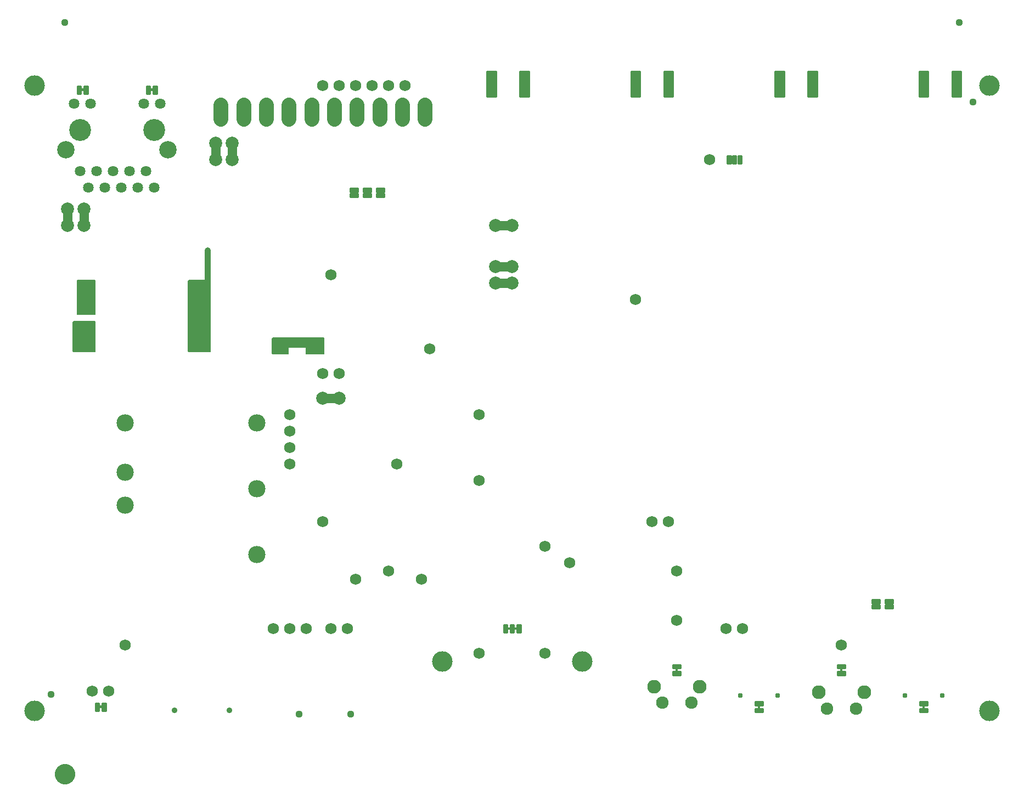
<source format=gbs>
G04 EAGLE Gerber RS-274X export*
G75*
%MOMM*%
%FSLAX34Y34*%
%LPD*%
%INSoldermask Bottom*%
%IPPOS*%
%AMOC8*
5,1,8,0,0,1.08239X$1,22.5*%
G01*
%ADD10C,0.965200*%
%ADD11C,1.127000*%
%ADD12C,3.175000*%
%ADD13C,0.777000*%
%ADD14C,0.228344*%
%ADD15C,1.727000*%
%ADD16C,0.227778*%
%ADD17C,3.377000*%
%ADD18C,2.677000*%
%ADD19C,1.627000*%
%ADD20C,0.228600*%
%ADD21C,2.006600*%
%ADD22C,1.927000*%
%ADD23C,2.127000*%
%ADD24C,2.327000*%
%ADD25C,0.877000*%
%ADD26C,2.667000*%
%ADD27C,1.270000*%

G36*
X292793Y579383D02*
X292793Y579383D01*
X292851Y579381D01*
X292933Y579403D01*
X293017Y579415D01*
X293070Y579439D01*
X293126Y579453D01*
X293199Y579496D01*
X293276Y579531D01*
X293321Y579569D01*
X293371Y579599D01*
X293429Y579660D01*
X293493Y579715D01*
X293525Y579763D01*
X293565Y579806D01*
X293604Y579881D01*
X293651Y579951D01*
X293668Y580007D01*
X293695Y580059D01*
X293706Y580127D01*
X293736Y580222D01*
X293739Y580322D01*
X293750Y580390D01*
X293750Y689610D01*
X293742Y689668D01*
X293744Y689726D01*
X293722Y689808D01*
X293710Y689892D01*
X293687Y689945D01*
X293672Y690001D01*
X293629Y690074D01*
X293594Y690151D01*
X293556Y690196D01*
X293527Y690246D01*
X293465Y690304D01*
X293411Y690368D01*
X293362Y690400D01*
X293319Y690440D01*
X293244Y690479D01*
X293174Y690526D01*
X293118Y690543D01*
X293066Y690570D01*
X292998Y690581D01*
X292903Y690611D01*
X292803Y690614D01*
X292735Y690625D01*
X259715Y690625D01*
X259657Y690617D01*
X259599Y690619D01*
X259517Y690597D01*
X259434Y690585D01*
X259380Y690562D01*
X259324Y690547D01*
X259251Y690504D01*
X259174Y690469D01*
X259129Y690431D01*
X259079Y690402D01*
X259021Y690340D01*
X258957Y690286D01*
X258925Y690237D01*
X258885Y690194D01*
X258846Y690119D01*
X258800Y690049D01*
X258782Y689993D01*
X258755Y689941D01*
X258744Y689873D01*
X258714Y689778D01*
X258711Y689678D01*
X258700Y689610D01*
X258700Y580390D01*
X258708Y580332D01*
X258706Y580274D01*
X258728Y580192D01*
X258740Y580109D01*
X258764Y580055D01*
X258778Y579999D01*
X258821Y579926D01*
X258856Y579849D01*
X258894Y579804D01*
X258924Y579754D01*
X258985Y579696D01*
X259040Y579632D01*
X259088Y579600D01*
X259131Y579560D01*
X259206Y579521D01*
X259276Y579475D01*
X259332Y579457D01*
X259384Y579430D01*
X259452Y579419D01*
X259547Y579389D01*
X259647Y579386D01*
X259715Y579375D01*
X292735Y579375D01*
X292793Y579383D01*
G37*
G36*
X413443Y575573D02*
X413443Y575573D01*
X413501Y575571D01*
X413583Y575593D01*
X413667Y575605D01*
X413720Y575629D01*
X413776Y575643D01*
X413849Y575686D01*
X413926Y575721D01*
X413971Y575759D01*
X414021Y575789D01*
X414079Y575850D01*
X414143Y575905D01*
X414175Y575953D01*
X414215Y575996D01*
X414254Y576071D01*
X414301Y576141D01*
X414318Y576197D01*
X414345Y576249D01*
X414356Y576317D01*
X414386Y576412D01*
X414389Y576512D01*
X414400Y576580D01*
X414400Y585725D01*
X440310Y585725D01*
X440310Y576580D01*
X440318Y576522D01*
X440316Y576464D01*
X440338Y576382D01*
X440350Y576299D01*
X440374Y576245D01*
X440388Y576189D01*
X440431Y576116D01*
X440466Y576039D01*
X440504Y575994D01*
X440534Y575944D01*
X440595Y575886D01*
X440650Y575822D01*
X440698Y575790D01*
X440741Y575750D01*
X440816Y575711D01*
X440886Y575665D01*
X440942Y575647D01*
X440994Y575620D01*
X441062Y575609D01*
X441157Y575579D01*
X441257Y575576D01*
X441325Y575565D01*
X467995Y575565D01*
X468053Y575573D01*
X468111Y575571D01*
X468193Y575593D01*
X468277Y575605D01*
X468330Y575629D01*
X468386Y575643D01*
X468459Y575686D01*
X468536Y575721D01*
X468581Y575759D01*
X468631Y575789D01*
X468689Y575850D01*
X468753Y575905D01*
X468785Y575953D01*
X468825Y575996D01*
X468864Y576071D01*
X468911Y576141D01*
X468928Y576197D01*
X468955Y576249D01*
X468966Y576317D01*
X468996Y576412D01*
X468999Y576512D01*
X469010Y576580D01*
X469010Y600710D01*
X469002Y600768D01*
X469004Y600826D01*
X468982Y600908D01*
X468970Y600992D01*
X468947Y601045D01*
X468932Y601101D01*
X468889Y601174D01*
X468854Y601251D01*
X468816Y601296D01*
X468787Y601346D01*
X468725Y601404D01*
X468671Y601468D01*
X468622Y601500D01*
X468579Y601540D01*
X468504Y601579D01*
X468434Y601626D01*
X468378Y601643D01*
X468326Y601670D01*
X468258Y601681D01*
X468163Y601711D01*
X468063Y601714D01*
X467995Y601725D01*
X389255Y601725D01*
X389197Y601717D01*
X389139Y601719D01*
X389057Y601697D01*
X388974Y601685D01*
X388920Y601662D01*
X388864Y601647D01*
X388791Y601604D01*
X388714Y601569D01*
X388669Y601531D01*
X388619Y601502D01*
X388561Y601440D01*
X388497Y601386D01*
X388465Y601337D01*
X388425Y601294D01*
X388386Y601219D01*
X388340Y601149D01*
X388322Y601093D01*
X388295Y601041D01*
X388284Y600973D01*
X388254Y600878D01*
X388251Y600778D01*
X388240Y600710D01*
X388240Y576580D01*
X388248Y576522D01*
X388246Y576464D01*
X388268Y576382D01*
X388280Y576299D01*
X388304Y576245D01*
X388318Y576189D01*
X388361Y576116D01*
X388396Y576039D01*
X388434Y575994D01*
X388464Y575944D01*
X388525Y575886D01*
X388580Y575822D01*
X388628Y575790D01*
X388671Y575750D01*
X388746Y575711D01*
X388816Y575665D01*
X388872Y575647D01*
X388924Y575620D01*
X388992Y575609D01*
X389087Y575579D01*
X389187Y575576D01*
X389255Y575565D01*
X413385Y575565D01*
X413443Y575573D01*
G37*
G36*
X114993Y579383D02*
X114993Y579383D01*
X115051Y579381D01*
X115133Y579403D01*
X115217Y579415D01*
X115270Y579439D01*
X115326Y579453D01*
X115399Y579496D01*
X115476Y579531D01*
X115521Y579569D01*
X115571Y579599D01*
X115629Y579660D01*
X115693Y579715D01*
X115725Y579763D01*
X115765Y579806D01*
X115804Y579881D01*
X115851Y579951D01*
X115868Y580007D01*
X115895Y580059D01*
X115906Y580127D01*
X115936Y580222D01*
X115939Y580322D01*
X115950Y580390D01*
X115950Y626110D01*
X115943Y626163D01*
X115944Y626193D01*
X115943Y626196D01*
X115944Y626226D01*
X115922Y626308D01*
X115910Y626392D01*
X115887Y626445D01*
X115872Y626501D01*
X115829Y626574D01*
X115794Y626651D01*
X115756Y626696D01*
X115727Y626746D01*
X115665Y626804D01*
X115611Y626868D01*
X115562Y626900D01*
X115519Y626940D01*
X115444Y626979D01*
X115374Y627026D01*
X115318Y627043D01*
X115266Y627070D01*
X115198Y627081D01*
X115103Y627111D01*
X115003Y627114D01*
X114935Y627125D01*
X81915Y627125D01*
X81857Y627117D01*
X81799Y627119D01*
X81717Y627097D01*
X81634Y627085D01*
X81580Y627062D01*
X81524Y627047D01*
X81451Y627004D01*
X81374Y626969D01*
X81329Y626931D01*
X81279Y626902D01*
X81221Y626840D01*
X81157Y626786D01*
X81125Y626737D01*
X81085Y626694D01*
X81046Y626619D01*
X81000Y626549D01*
X80982Y626493D01*
X80955Y626441D01*
X80944Y626373D01*
X80914Y626278D01*
X80911Y626178D01*
X80900Y626110D01*
X80900Y580390D01*
X80908Y580332D01*
X80906Y580274D01*
X80928Y580192D01*
X80940Y580109D01*
X80964Y580055D01*
X80978Y579999D01*
X81021Y579926D01*
X81056Y579849D01*
X81094Y579804D01*
X81124Y579754D01*
X81185Y579696D01*
X81240Y579632D01*
X81288Y579600D01*
X81331Y579560D01*
X81406Y579521D01*
X81476Y579475D01*
X81532Y579457D01*
X81584Y579430D01*
X81652Y579419D01*
X81747Y579389D01*
X81847Y579386D01*
X81915Y579375D01*
X114935Y579375D01*
X114993Y579383D01*
G37*
G36*
X114993Y636533D02*
X114993Y636533D01*
X115051Y636531D01*
X115133Y636553D01*
X115217Y636565D01*
X115270Y636589D01*
X115326Y636603D01*
X115399Y636646D01*
X115476Y636681D01*
X115521Y636719D01*
X115571Y636749D01*
X115629Y636810D01*
X115693Y636865D01*
X115725Y636913D01*
X115765Y636956D01*
X115804Y637031D01*
X115851Y637101D01*
X115868Y637157D01*
X115895Y637209D01*
X115906Y637277D01*
X115936Y637372D01*
X115939Y637472D01*
X115950Y637540D01*
X115950Y689610D01*
X115942Y689668D01*
X115944Y689726D01*
X115922Y689808D01*
X115910Y689892D01*
X115887Y689945D01*
X115872Y690001D01*
X115829Y690074D01*
X115794Y690151D01*
X115756Y690196D01*
X115727Y690246D01*
X115665Y690304D01*
X115611Y690368D01*
X115562Y690400D01*
X115519Y690440D01*
X115444Y690479D01*
X115374Y690526D01*
X115318Y690543D01*
X115266Y690570D01*
X115198Y690581D01*
X115103Y690611D01*
X115003Y690614D01*
X114935Y690625D01*
X88265Y690625D01*
X88207Y690617D01*
X88149Y690619D01*
X88067Y690597D01*
X87984Y690585D01*
X87930Y690562D01*
X87874Y690547D01*
X87801Y690504D01*
X87724Y690469D01*
X87679Y690431D01*
X87629Y690402D01*
X87571Y690340D01*
X87507Y690286D01*
X87475Y690237D01*
X87435Y690194D01*
X87396Y690119D01*
X87350Y690049D01*
X87332Y689993D01*
X87305Y689941D01*
X87294Y689873D01*
X87264Y689778D01*
X87261Y689678D01*
X87250Y689610D01*
X87250Y637540D01*
X87258Y637482D01*
X87256Y637424D01*
X87278Y637342D01*
X87290Y637259D01*
X87314Y637205D01*
X87328Y637149D01*
X87371Y637076D01*
X87406Y636999D01*
X87444Y636954D01*
X87474Y636904D01*
X87535Y636846D01*
X87590Y636782D01*
X87638Y636750D01*
X87681Y636710D01*
X87756Y636671D01*
X87826Y636625D01*
X87882Y636607D01*
X87934Y636580D01*
X88002Y636569D01*
X88097Y636539D01*
X88197Y636536D01*
X88265Y636525D01*
X114935Y636525D01*
X114993Y636533D01*
G37*
G36*
X333694Y886472D02*
X333694Y886472D01*
X333760Y886474D01*
X333803Y886492D01*
X333850Y886500D01*
X333907Y886534D01*
X333967Y886559D01*
X334002Y886590D01*
X334043Y886615D01*
X334085Y886666D01*
X334133Y886710D01*
X334155Y886752D01*
X334184Y886789D01*
X334205Y886851D01*
X334236Y886910D01*
X334244Y886964D01*
X334256Y887001D01*
X334255Y887041D01*
X334263Y887095D01*
X334263Y890905D01*
X334252Y890970D01*
X334250Y891036D01*
X334232Y891079D01*
X334224Y891126D01*
X334190Y891183D01*
X334165Y891243D01*
X334134Y891278D01*
X334109Y891319D01*
X334058Y891361D01*
X334014Y891409D01*
X333972Y891431D01*
X333935Y891460D01*
X333873Y891481D01*
X333814Y891512D01*
X333760Y891520D01*
X333723Y891532D01*
X333683Y891531D01*
X333629Y891539D01*
X320421Y891539D01*
X320356Y891528D01*
X320290Y891526D01*
X320247Y891508D01*
X320200Y891500D01*
X320143Y891466D01*
X320083Y891441D01*
X320048Y891410D01*
X320007Y891385D01*
X319966Y891334D01*
X319917Y891290D01*
X319895Y891248D01*
X319866Y891211D01*
X319845Y891149D01*
X319814Y891090D01*
X319806Y891036D01*
X319794Y890999D01*
X319794Y890995D01*
X319794Y890994D01*
X319795Y890959D01*
X319787Y890905D01*
X319787Y887095D01*
X319798Y887030D01*
X319800Y886964D01*
X319818Y886921D01*
X319826Y886874D01*
X319860Y886817D01*
X319885Y886757D01*
X319916Y886722D01*
X319941Y886681D01*
X319992Y886640D01*
X320036Y886591D01*
X320078Y886569D01*
X320115Y886540D01*
X320177Y886519D01*
X320236Y886488D01*
X320290Y886480D01*
X320327Y886468D01*
X320367Y886469D01*
X320421Y886461D01*
X333629Y886461D01*
X333694Y886472D01*
G37*
G36*
X308294Y886472D02*
X308294Y886472D01*
X308360Y886474D01*
X308403Y886492D01*
X308450Y886500D01*
X308507Y886534D01*
X308567Y886559D01*
X308602Y886590D01*
X308643Y886615D01*
X308685Y886666D01*
X308733Y886710D01*
X308755Y886752D01*
X308784Y886789D01*
X308805Y886851D01*
X308836Y886910D01*
X308844Y886964D01*
X308856Y887001D01*
X308855Y887041D01*
X308863Y887095D01*
X308863Y890905D01*
X308852Y890970D01*
X308850Y891036D01*
X308832Y891079D01*
X308824Y891126D01*
X308790Y891183D01*
X308765Y891243D01*
X308734Y891278D01*
X308709Y891319D01*
X308658Y891361D01*
X308614Y891409D01*
X308572Y891431D01*
X308535Y891460D01*
X308473Y891481D01*
X308414Y891512D01*
X308360Y891520D01*
X308323Y891532D01*
X308283Y891531D01*
X308229Y891539D01*
X295021Y891539D01*
X294956Y891528D01*
X294890Y891526D01*
X294847Y891508D01*
X294800Y891500D01*
X294743Y891466D01*
X294683Y891441D01*
X294648Y891410D01*
X294607Y891385D01*
X294566Y891334D01*
X294517Y891290D01*
X294495Y891248D01*
X294466Y891211D01*
X294445Y891149D01*
X294414Y891090D01*
X294406Y891036D01*
X294394Y890999D01*
X294394Y890995D01*
X294394Y890994D01*
X294395Y890959D01*
X294387Y890905D01*
X294387Y887095D01*
X294398Y887030D01*
X294400Y886964D01*
X294418Y886921D01*
X294426Y886874D01*
X294460Y886817D01*
X294485Y886757D01*
X294516Y886722D01*
X294541Y886681D01*
X294592Y886640D01*
X294636Y886591D01*
X294678Y886569D01*
X294715Y886540D01*
X294777Y886519D01*
X294836Y886488D01*
X294890Y886480D01*
X294927Y886468D01*
X294967Y886469D01*
X295021Y886461D01*
X308229Y886461D01*
X308294Y886472D01*
G37*
G36*
X105094Y784872D02*
X105094Y784872D01*
X105160Y784874D01*
X105203Y784892D01*
X105250Y784900D01*
X105307Y784934D01*
X105367Y784959D01*
X105402Y784990D01*
X105443Y785015D01*
X105485Y785066D01*
X105533Y785110D01*
X105555Y785152D01*
X105584Y785189D01*
X105605Y785251D01*
X105636Y785310D01*
X105644Y785364D01*
X105656Y785401D01*
X105655Y785441D01*
X105663Y785495D01*
X105663Y789305D01*
X105652Y789370D01*
X105650Y789436D01*
X105632Y789479D01*
X105624Y789526D01*
X105590Y789583D01*
X105565Y789643D01*
X105534Y789678D01*
X105509Y789719D01*
X105458Y789761D01*
X105414Y789809D01*
X105372Y789831D01*
X105335Y789860D01*
X105273Y789881D01*
X105214Y789912D01*
X105160Y789920D01*
X105123Y789932D01*
X105083Y789931D01*
X105029Y789939D01*
X91821Y789939D01*
X91756Y789928D01*
X91690Y789926D01*
X91647Y789908D01*
X91600Y789900D01*
X91543Y789866D01*
X91483Y789841D01*
X91448Y789810D01*
X91407Y789785D01*
X91366Y789734D01*
X91317Y789690D01*
X91295Y789648D01*
X91266Y789611D01*
X91245Y789549D01*
X91214Y789490D01*
X91206Y789436D01*
X91194Y789399D01*
X91194Y789395D01*
X91194Y789394D01*
X91195Y789359D01*
X91187Y789305D01*
X91187Y785495D01*
X91198Y785430D01*
X91200Y785364D01*
X91218Y785321D01*
X91226Y785274D01*
X91260Y785217D01*
X91285Y785157D01*
X91316Y785122D01*
X91341Y785081D01*
X91392Y785040D01*
X91436Y784991D01*
X91478Y784969D01*
X91515Y784940D01*
X91577Y784919D01*
X91636Y784888D01*
X91690Y784880D01*
X91727Y784868D01*
X91767Y784869D01*
X91821Y784861D01*
X105029Y784861D01*
X105094Y784872D01*
G37*
G36*
X79694Y784872D02*
X79694Y784872D01*
X79760Y784874D01*
X79803Y784892D01*
X79850Y784900D01*
X79907Y784934D01*
X79967Y784959D01*
X80002Y784990D01*
X80043Y785015D01*
X80085Y785066D01*
X80133Y785110D01*
X80155Y785152D01*
X80184Y785189D01*
X80205Y785251D01*
X80236Y785310D01*
X80244Y785364D01*
X80256Y785401D01*
X80255Y785441D01*
X80263Y785495D01*
X80263Y789305D01*
X80252Y789370D01*
X80250Y789436D01*
X80232Y789479D01*
X80224Y789526D01*
X80190Y789583D01*
X80165Y789643D01*
X80134Y789678D01*
X80109Y789719D01*
X80058Y789761D01*
X80014Y789809D01*
X79972Y789831D01*
X79935Y789860D01*
X79873Y789881D01*
X79814Y789912D01*
X79760Y789920D01*
X79723Y789932D01*
X79683Y789931D01*
X79629Y789939D01*
X66421Y789939D01*
X66356Y789928D01*
X66290Y789926D01*
X66247Y789908D01*
X66200Y789900D01*
X66143Y789866D01*
X66083Y789841D01*
X66048Y789810D01*
X66007Y789785D01*
X65966Y789734D01*
X65917Y789690D01*
X65895Y789648D01*
X65866Y789611D01*
X65845Y789549D01*
X65814Y789490D01*
X65806Y789436D01*
X65794Y789399D01*
X65794Y789395D01*
X65794Y789394D01*
X65795Y789359D01*
X65787Y789305D01*
X65787Y785495D01*
X65798Y785430D01*
X65800Y785364D01*
X65818Y785321D01*
X65826Y785274D01*
X65860Y785217D01*
X65885Y785157D01*
X65916Y785122D01*
X65941Y785081D01*
X65992Y785040D01*
X66036Y784991D01*
X66078Y784969D01*
X66115Y784940D01*
X66177Y784919D01*
X66236Y784888D01*
X66290Y784880D01*
X66327Y784868D01*
X66367Y784869D01*
X66421Y784861D01*
X79629Y784861D01*
X79694Y784872D01*
G37*
G36*
X748095Y767473D02*
X748095Y767473D01*
X748161Y767475D01*
X748204Y767493D01*
X748251Y767501D01*
X748308Y767535D01*
X748368Y767560D01*
X748403Y767591D01*
X748444Y767616D01*
X748486Y767667D01*
X748534Y767711D01*
X748556Y767753D01*
X748585Y767790D01*
X748606Y767852D01*
X748637Y767911D01*
X748645Y767965D01*
X748657Y768002D01*
X748656Y768042D01*
X748664Y768096D01*
X748664Y781304D01*
X748653Y781369D01*
X748651Y781435D01*
X748633Y781478D01*
X748625Y781525D01*
X748591Y781582D01*
X748566Y781642D01*
X748535Y781677D01*
X748510Y781718D01*
X748459Y781760D01*
X748415Y781808D01*
X748373Y781830D01*
X748336Y781859D01*
X748274Y781880D01*
X748215Y781911D01*
X748161Y781919D01*
X748124Y781931D01*
X748084Y781930D01*
X748030Y781938D01*
X744220Y781938D01*
X744155Y781927D01*
X744089Y781925D01*
X744046Y781907D01*
X743999Y781899D01*
X743942Y781865D01*
X743882Y781840D01*
X743847Y781809D01*
X743806Y781784D01*
X743765Y781733D01*
X743716Y781689D01*
X743694Y781647D01*
X743665Y781610D01*
X743644Y781548D01*
X743613Y781489D01*
X743605Y781435D01*
X743593Y781398D01*
X743594Y781358D01*
X743586Y781304D01*
X743586Y768096D01*
X743597Y768031D01*
X743599Y767965D01*
X743617Y767922D01*
X743625Y767875D01*
X743659Y767818D01*
X743684Y767758D01*
X743715Y767723D01*
X743740Y767682D01*
X743791Y767641D01*
X743835Y767592D01*
X743877Y767570D01*
X743914Y767541D01*
X743976Y767520D01*
X744035Y767489D01*
X744089Y767481D01*
X744126Y767469D01*
X744166Y767470D01*
X744220Y767462D01*
X748030Y767462D01*
X748095Y767473D01*
G37*
G36*
X748095Y703973D02*
X748095Y703973D01*
X748161Y703975D01*
X748204Y703993D01*
X748251Y704001D01*
X748308Y704035D01*
X748368Y704060D01*
X748403Y704091D01*
X748444Y704116D01*
X748486Y704167D01*
X748534Y704211D01*
X748556Y704253D01*
X748585Y704290D01*
X748606Y704352D01*
X748637Y704411D01*
X748645Y704465D01*
X748657Y704502D01*
X748656Y704542D01*
X748664Y704596D01*
X748664Y717804D01*
X748653Y717869D01*
X748651Y717935D01*
X748633Y717978D01*
X748625Y718025D01*
X748591Y718082D01*
X748566Y718142D01*
X748535Y718177D01*
X748510Y718218D01*
X748459Y718260D01*
X748415Y718308D01*
X748373Y718330D01*
X748336Y718359D01*
X748274Y718380D01*
X748215Y718411D01*
X748161Y718419D01*
X748124Y718431D01*
X748084Y718430D01*
X748030Y718438D01*
X744220Y718438D01*
X744155Y718427D01*
X744089Y718425D01*
X744046Y718407D01*
X743999Y718399D01*
X743942Y718365D01*
X743882Y718340D01*
X743847Y718309D01*
X743806Y718284D01*
X743765Y718233D01*
X743716Y718189D01*
X743694Y718147D01*
X743665Y718110D01*
X743644Y718048D01*
X743613Y717989D01*
X743605Y717935D01*
X743593Y717898D01*
X743594Y717858D01*
X743586Y717804D01*
X743586Y704596D01*
X743597Y704531D01*
X743599Y704465D01*
X743617Y704422D01*
X743625Y704375D01*
X743659Y704318D01*
X743684Y704258D01*
X743715Y704223D01*
X743740Y704182D01*
X743791Y704141D01*
X743835Y704092D01*
X743877Y704070D01*
X743914Y704041D01*
X743976Y704020D01*
X744035Y703989D01*
X744089Y703981D01*
X744126Y703969D01*
X744166Y703970D01*
X744220Y703962D01*
X748030Y703962D01*
X748095Y703973D01*
G37*
G36*
X748095Y678573D02*
X748095Y678573D01*
X748161Y678575D01*
X748204Y678593D01*
X748251Y678601D01*
X748308Y678635D01*
X748368Y678660D01*
X748403Y678691D01*
X748444Y678716D01*
X748486Y678767D01*
X748534Y678811D01*
X748556Y678853D01*
X748585Y678890D01*
X748606Y678952D01*
X748637Y679011D01*
X748645Y679065D01*
X748657Y679102D01*
X748656Y679142D01*
X748664Y679196D01*
X748664Y692404D01*
X748653Y692469D01*
X748651Y692535D01*
X748633Y692578D01*
X748625Y692625D01*
X748591Y692682D01*
X748566Y692742D01*
X748535Y692777D01*
X748510Y692818D01*
X748459Y692860D01*
X748415Y692908D01*
X748373Y692930D01*
X748336Y692959D01*
X748274Y692980D01*
X748215Y693011D01*
X748161Y693019D01*
X748124Y693031D01*
X748084Y693030D01*
X748030Y693038D01*
X744220Y693038D01*
X744155Y693027D01*
X744089Y693025D01*
X744046Y693007D01*
X743999Y692999D01*
X743942Y692965D01*
X743882Y692940D01*
X743847Y692909D01*
X743806Y692884D01*
X743765Y692833D01*
X743716Y692789D01*
X743694Y692747D01*
X743665Y692710D01*
X743644Y692648D01*
X743613Y692589D01*
X743605Y692535D01*
X743593Y692498D01*
X743594Y692458D01*
X743586Y692404D01*
X743586Y679196D01*
X743597Y679131D01*
X743599Y679065D01*
X743617Y679022D01*
X743625Y678975D01*
X743659Y678918D01*
X743684Y678858D01*
X743715Y678823D01*
X743740Y678782D01*
X743791Y678741D01*
X743835Y678692D01*
X743877Y678670D01*
X743914Y678641D01*
X743976Y678620D01*
X744035Y678589D01*
X744089Y678581D01*
X744126Y678569D01*
X744166Y678570D01*
X744220Y678562D01*
X748030Y678562D01*
X748095Y678573D01*
G37*
G36*
X481395Y500773D02*
X481395Y500773D01*
X481461Y500775D01*
X481504Y500793D01*
X481551Y500801D01*
X481608Y500835D01*
X481668Y500860D01*
X481703Y500891D01*
X481744Y500916D01*
X481786Y500967D01*
X481834Y501011D01*
X481856Y501053D01*
X481885Y501090D01*
X481906Y501152D01*
X481937Y501211D01*
X481945Y501265D01*
X481957Y501302D01*
X481956Y501342D01*
X481964Y501396D01*
X481964Y514604D01*
X481953Y514669D01*
X481951Y514735D01*
X481933Y514778D01*
X481925Y514825D01*
X481891Y514882D01*
X481866Y514942D01*
X481835Y514977D01*
X481810Y515018D01*
X481759Y515060D01*
X481715Y515108D01*
X481673Y515130D01*
X481636Y515159D01*
X481574Y515180D01*
X481515Y515211D01*
X481461Y515219D01*
X481424Y515231D01*
X481384Y515230D01*
X481330Y515238D01*
X477520Y515238D01*
X477455Y515227D01*
X477389Y515225D01*
X477346Y515207D01*
X477299Y515199D01*
X477242Y515165D01*
X477182Y515140D01*
X477147Y515109D01*
X477106Y515084D01*
X477065Y515033D01*
X477016Y514989D01*
X476994Y514947D01*
X476965Y514910D01*
X476944Y514848D01*
X476913Y514789D01*
X476905Y514735D01*
X476893Y514698D01*
X476894Y514658D01*
X476886Y514604D01*
X476886Y501396D01*
X476897Y501331D01*
X476899Y501265D01*
X476917Y501222D01*
X476925Y501175D01*
X476959Y501118D01*
X476984Y501058D01*
X477015Y501023D01*
X477040Y500982D01*
X477091Y500941D01*
X477135Y500892D01*
X477177Y500870D01*
X477214Y500841D01*
X477276Y500820D01*
X477335Y500789D01*
X477389Y500781D01*
X477426Y500769D01*
X477466Y500770D01*
X477520Y500762D01*
X481330Y500762D01*
X481395Y500773D01*
G37*
G36*
X1268160Y86372D02*
X1268160Y86372D01*
X1268226Y86374D01*
X1268269Y86392D01*
X1268316Y86400D01*
X1268373Y86434D01*
X1268433Y86459D01*
X1268468Y86490D01*
X1268509Y86515D01*
X1268551Y86566D01*
X1268599Y86610D01*
X1268621Y86652D01*
X1268650Y86689D01*
X1268671Y86751D01*
X1268702Y86810D01*
X1268710Y86864D01*
X1268722Y86901D01*
X1268721Y86941D01*
X1268729Y86995D01*
X1268729Y90805D01*
X1268718Y90870D01*
X1268716Y90936D01*
X1268698Y90979D01*
X1268690Y91026D01*
X1268656Y91083D01*
X1268631Y91143D01*
X1268600Y91178D01*
X1268575Y91219D01*
X1268524Y91261D01*
X1268480Y91309D01*
X1268438Y91331D01*
X1268401Y91360D01*
X1268339Y91381D01*
X1268280Y91412D01*
X1268226Y91420D01*
X1268189Y91432D01*
X1268149Y91431D01*
X1268095Y91439D01*
X1265555Y91439D01*
X1265490Y91428D01*
X1265424Y91426D01*
X1265381Y91408D01*
X1265334Y91400D01*
X1265277Y91366D01*
X1265217Y91341D01*
X1265182Y91310D01*
X1265141Y91285D01*
X1265100Y91234D01*
X1265051Y91190D01*
X1265029Y91148D01*
X1265000Y91111D01*
X1264979Y91049D01*
X1264948Y90990D01*
X1264940Y90936D01*
X1264928Y90899D01*
X1264928Y90895D01*
X1264928Y90894D01*
X1264929Y90859D01*
X1264921Y90805D01*
X1264921Y86995D01*
X1264932Y86930D01*
X1264934Y86864D01*
X1264952Y86821D01*
X1264960Y86774D01*
X1264994Y86717D01*
X1265019Y86657D01*
X1265050Y86622D01*
X1265075Y86581D01*
X1265126Y86540D01*
X1265170Y86491D01*
X1265212Y86469D01*
X1265249Y86440D01*
X1265311Y86419D01*
X1265370Y86388D01*
X1265424Y86380D01*
X1265461Y86368D01*
X1265501Y86369D01*
X1265555Y86361D01*
X1268095Y86361D01*
X1268160Y86372D01*
G37*
G36*
X1014160Y86372D02*
X1014160Y86372D01*
X1014226Y86374D01*
X1014269Y86392D01*
X1014316Y86400D01*
X1014373Y86434D01*
X1014433Y86459D01*
X1014468Y86490D01*
X1014509Y86515D01*
X1014551Y86566D01*
X1014599Y86610D01*
X1014621Y86652D01*
X1014650Y86689D01*
X1014671Y86751D01*
X1014702Y86810D01*
X1014710Y86864D01*
X1014722Y86901D01*
X1014721Y86941D01*
X1014729Y86995D01*
X1014729Y90805D01*
X1014718Y90870D01*
X1014716Y90936D01*
X1014698Y90979D01*
X1014690Y91026D01*
X1014656Y91083D01*
X1014631Y91143D01*
X1014600Y91178D01*
X1014575Y91219D01*
X1014524Y91261D01*
X1014480Y91309D01*
X1014438Y91331D01*
X1014401Y91360D01*
X1014339Y91381D01*
X1014280Y91412D01*
X1014226Y91420D01*
X1014189Y91432D01*
X1014149Y91431D01*
X1014095Y91439D01*
X1011555Y91439D01*
X1011490Y91428D01*
X1011424Y91426D01*
X1011381Y91408D01*
X1011334Y91400D01*
X1011277Y91366D01*
X1011217Y91341D01*
X1011182Y91310D01*
X1011141Y91285D01*
X1011100Y91234D01*
X1011051Y91190D01*
X1011029Y91148D01*
X1011000Y91111D01*
X1010979Y91049D01*
X1010948Y90990D01*
X1010940Y90936D01*
X1010928Y90899D01*
X1010928Y90895D01*
X1010928Y90894D01*
X1010929Y90859D01*
X1010921Y90805D01*
X1010921Y86995D01*
X1010932Y86930D01*
X1010934Y86864D01*
X1010952Y86821D01*
X1010960Y86774D01*
X1010994Y86717D01*
X1011019Y86657D01*
X1011050Y86622D01*
X1011075Y86581D01*
X1011126Y86540D01*
X1011170Y86491D01*
X1011212Y86469D01*
X1011249Y86440D01*
X1011311Y86419D01*
X1011370Y86388D01*
X1011424Y86380D01*
X1011461Y86368D01*
X1011501Y86369D01*
X1011555Y86361D01*
X1014095Y86361D01*
X1014160Y86372D01*
G37*
G36*
X1395160Y29222D02*
X1395160Y29222D01*
X1395226Y29224D01*
X1395269Y29242D01*
X1395316Y29250D01*
X1395373Y29284D01*
X1395433Y29309D01*
X1395468Y29340D01*
X1395509Y29365D01*
X1395551Y29416D01*
X1395599Y29460D01*
X1395621Y29502D01*
X1395650Y29539D01*
X1395671Y29601D01*
X1395702Y29660D01*
X1395710Y29714D01*
X1395722Y29751D01*
X1395721Y29791D01*
X1395729Y29845D01*
X1395729Y33655D01*
X1395718Y33720D01*
X1395716Y33786D01*
X1395698Y33829D01*
X1395690Y33876D01*
X1395656Y33933D01*
X1395631Y33993D01*
X1395600Y34028D01*
X1395575Y34069D01*
X1395524Y34111D01*
X1395480Y34159D01*
X1395438Y34181D01*
X1395401Y34210D01*
X1395339Y34231D01*
X1395280Y34262D01*
X1395226Y34270D01*
X1395189Y34282D01*
X1395149Y34281D01*
X1395095Y34289D01*
X1392555Y34289D01*
X1392490Y34278D01*
X1392424Y34276D01*
X1392381Y34258D01*
X1392334Y34250D01*
X1392277Y34216D01*
X1392217Y34191D01*
X1392182Y34160D01*
X1392141Y34135D01*
X1392100Y34084D01*
X1392051Y34040D01*
X1392029Y33998D01*
X1392000Y33961D01*
X1391979Y33899D01*
X1391948Y33840D01*
X1391940Y33786D01*
X1391928Y33749D01*
X1391928Y33745D01*
X1391928Y33744D01*
X1391929Y33709D01*
X1391921Y33655D01*
X1391921Y29845D01*
X1391932Y29780D01*
X1391934Y29714D01*
X1391952Y29671D01*
X1391960Y29624D01*
X1391994Y29567D01*
X1392019Y29507D01*
X1392050Y29472D01*
X1392075Y29431D01*
X1392126Y29390D01*
X1392170Y29341D01*
X1392212Y29319D01*
X1392249Y29290D01*
X1392311Y29269D01*
X1392370Y29238D01*
X1392424Y29230D01*
X1392461Y29218D01*
X1392501Y29219D01*
X1392555Y29211D01*
X1395095Y29211D01*
X1395160Y29222D01*
G37*
G36*
X1141160Y29222D02*
X1141160Y29222D01*
X1141226Y29224D01*
X1141269Y29242D01*
X1141316Y29250D01*
X1141373Y29284D01*
X1141433Y29309D01*
X1141468Y29340D01*
X1141509Y29365D01*
X1141551Y29416D01*
X1141599Y29460D01*
X1141621Y29502D01*
X1141650Y29539D01*
X1141671Y29601D01*
X1141702Y29660D01*
X1141710Y29714D01*
X1141722Y29751D01*
X1141721Y29791D01*
X1141729Y29845D01*
X1141729Y33655D01*
X1141718Y33720D01*
X1141716Y33786D01*
X1141698Y33829D01*
X1141690Y33876D01*
X1141656Y33933D01*
X1141631Y33993D01*
X1141600Y34028D01*
X1141575Y34069D01*
X1141524Y34111D01*
X1141480Y34159D01*
X1141438Y34181D01*
X1141401Y34210D01*
X1141339Y34231D01*
X1141280Y34262D01*
X1141226Y34270D01*
X1141189Y34282D01*
X1141149Y34281D01*
X1141095Y34289D01*
X1138555Y34289D01*
X1138490Y34278D01*
X1138424Y34276D01*
X1138381Y34258D01*
X1138334Y34250D01*
X1138277Y34216D01*
X1138217Y34191D01*
X1138182Y34160D01*
X1138141Y34135D01*
X1138100Y34084D01*
X1138051Y34040D01*
X1138029Y33998D01*
X1138000Y33961D01*
X1137979Y33899D01*
X1137948Y33840D01*
X1137940Y33786D01*
X1137928Y33749D01*
X1137928Y33745D01*
X1137928Y33744D01*
X1137929Y33709D01*
X1137921Y33655D01*
X1137921Y29845D01*
X1137932Y29780D01*
X1137934Y29714D01*
X1137952Y29671D01*
X1137960Y29624D01*
X1137994Y29567D01*
X1138019Y29507D01*
X1138050Y29472D01*
X1138075Y29431D01*
X1138126Y29390D01*
X1138170Y29341D01*
X1138212Y29319D01*
X1138249Y29290D01*
X1138311Y29269D01*
X1138370Y29238D01*
X1138424Y29230D01*
X1138461Y29218D01*
X1138501Y29219D01*
X1138555Y29211D01*
X1141095Y29211D01*
X1141160Y29222D01*
G37*
G36*
X97855Y982357D02*
X97855Y982357D01*
X97921Y982359D01*
X97964Y982377D01*
X98011Y982385D01*
X98068Y982419D01*
X98128Y982444D01*
X98163Y982475D01*
X98204Y982500D01*
X98246Y982551D01*
X98294Y982595D01*
X98316Y982637D01*
X98345Y982674D01*
X98366Y982736D01*
X98397Y982795D01*
X98405Y982849D01*
X98417Y982886D01*
X98416Y982926D01*
X98424Y982980D01*
X98424Y985520D01*
X98413Y985585D01*
X98411Y985651D01*
X98393Y985694D01*
X98385Y985741D01*
X98351Y985798D01*
X98326Y985858D01*
X98295Y985893D01*
X98270Y985934D01*
X98219Y985976D01*
X98175Y986024D01*
X98133Y986046D01*
X98096Y986075D01*
X98034Y986096D01*
X97975Y986127D01*
X97921Y986135D01*
X97884Y986147D01*
X97844Y986146D01*
X97790Y986154D01*
X93980Y986154D01*
X93915Y986143D01*
X93849Y986141D01*
X93806Y986123D01*
X93759Y986115D01*
X93702Y986081D01*
X93642Y986056D01*
X93607Y986025D01*
X93566Y986000D01*
X93525Y985949D01*
X93476Y985905D01*
X93454Y985863D01*
X93425Y985826D01*
X93404Y985764D01*
X93373Y985705D01*
X93365Y985651D01*
X93353Y985614D01*
X93353Y985611D01*
X93354Y985574D01*
X93346Y985520D01*
X93346Y982980D01*
X93357Y982915D01*
X93359Y982849D01*
X93377Y982806D01*
X93385Y982759D01*
X93419Y982702D01*
X93444Y982642D01*
X93475Y982607D01*
X93500Y982566D01*
X93551Y982525D01*
X93595Y982476D01*
X93637Y982454D01*
X93674Y982425D01*
X93736Y982404D01*
X93795Y982373D01*
X93849Y982365D01*
X93886Y982353D01*
X93926Y982354D01*
X93980Y982346D01*
X97790Y982346D01*
X97855Y982357D01*
G37*
G36*
X204535Y982357D02*
X204535Y982357D01*
X204601Y982359D01*
X204644Y982377D01*
X204691Y982385D01*
X204748Y982419D01*
X204808Y982444D01*
X204843Y982475D01*
X204884Y982500D01*
X204926Y982551D01*
X204974Y982595D01*
X204996Y982637D01*
X205025Y982674D01*
X205046Y982736D01*
X205077Y982795D01*
X205085Y982849D01*
X205097Y982886D01*
X205096Y982926D01*
X205104Y982980D01*
X205104Y985520D01*
X205093Y985585D01*
X205091Y985651D01*
X205073Y985694D01*
X205065Y985741D01*
X205031Y985798D01*
X205006Y985858D01*
X204975Y985893D01*
X204950Y985934D01*
X204899Y985976D01*
X204855Y986024D01*
X204813Y986046D01*
X204776Y986075D01*
X204714Y986096D01*
X204655Y986127D01*
X204601Y986135D01*
X204564Y986147D01*
X204524Y986146D01*
X204470Y986154D01*
X200660Y986154D01*
X200595Y986143D01*
X200529Y986141D01*
X200486Y986123D01*
X200439Y986115D01*
X200382Y986081D01*
X200322Y986056D01*
X200287Y986025D01*
X200246Y986000D01*
X200205Y985949D01*
X200156Y985905D01*
X200134Y985863D01*
X200105Y985826D01*
X200084Y985764D01*
X200053Y985705D01*
X200045Y985651D01*
X200033Y985614D01*
X200033Y985611D01*
X200034Y985574D01*
X200026Y985520D01*
X200026Y982980D01*
X200037Y982915D01*
X200039Y982849D01*
X200057Y982806D01*
X200065Y982759D01*
X200099Y982702D01*
X200124Y982642D01*
X200155Y982607D01*
X200180Y982566D01*
X200231Y982525D01*
X200275Y982476D01*
X200317Y982454D01*
X200354Y982425D01*
X200416Y982404D01*
X200475Y982373D01*
X200529Y982365D01*
X200566Y982353D01*
X200606Y982354D01*
X200660Y982346D01*
X204470Y982346D01*
X204535Y982357D01*
G37*
G36*
X765875Y150507D02*
X765875Y150507D01*
X765941Y150509D01*
X765984Y150527D01*
X766031Y150535D01*
X766088Y150569D01*
X766148Y150594D01*
X766183Y150625D01*
X766224Y150650D01*
X766266Y150701D01*
X766314Y150745D01*
X766336Y150787D01*
X766365Y150824D01*
X766386Y150886D01*
X766417Y150945D01*
X766425Y150999D01*
X766437Y151036D01*
X766436Y151076D01*
X766444Y151130D01*
X766444Y153670D01*
X766433Y153735D01*
X766431Y153801D01*
X766413Y153844D01*
X766405Y153891D01*
X766371Y153948D01*
X766346Y154008D01*
X766315Y154043D01*
X766290Y154084D01*
X766239Y154126D01*
X766195Y154174D01*
X766153Y154196D01*
X766116Y154225D01*
X766054Y154246D01*
X765995Y154277D01*
X765941Y154285D01*
X765904Y154297D01*
X765864Y154296D01*
X765810Y154304D01*
X762000Y154304D01*
X761935Y154293D01*
X761869Y154291D01*
X761826Y154273D01*
X761779Y154265D01*
X761722Y154231D01*
X761662Y154206D01*
X761627Y154175D01*
X761586Y154150D01*
X761545Y154099D01*
X761496Y154055D01*
X761474Y154013D01*
X761445Y153976D01*
X761424Y153914D01*
X761393Y153855D01*
X761385Y153801D01*
X761373Y153764D01*
X761373Y153761D01*
X761374Y153724D01*
X761366Y153670D01*
X761366Y151130D01*
X761377Y151065D01*
X761379Y150999D01*
X761397Y150956D01*
X761405Y150909D01*
X761439Y150852D01*
X761464Y150792D01*
X761495Y150757D01*
X761520Y150716D01*
X761571Y150675D01*
X761615Y150626D01*
X761657Y150604D01*
X761694Y150575D01*
X761756Y150554D01*
X761815Y150523D01*
X761869Y150515D01*
X761906Y150503D01*
X761946Y150504D01*
X762000Y150496D01*
X765810Y150496D01*
X765875Y150507D01*
G37*
G36*
X755715Y150507D02*
X755715Y150507D01*
X755781Y150509D01*
X755824Y150527D01*
X755871Y150535D01*
X755928Y150569D01*
X755988Y150594D01*
X756023Y150625D01*
X756064Y150650D01*
X756106Y150701D01*
X756154Y150745D01*
X756176Y150787D01*
X756205Y150824D01*
X756226Y150886D01*
X756257Y150945D01*
X756265Y150999D01*
X756277Y151036D01*
X756276Y151076D01*
X756284Y151130D01*
X756284Y153670D01*
X756273Y153735D01*
X756271Y153801D01*
X756253Y153844D01*
X756245Y153891D01*
X756211Y153948D01*
X756186Y154008D01*
X756155Y154043D01*
X756130Y154084D01*
X756079Y154126D01*
X756035Y154174D01*
X755993Y154196D01*
X755956Y154225D01*
X755894Y154246D01*
X755835Y154277D01*
X755781Y154285D01*
X755744Y154297D01*
X755704Y154296D01*
X755650Y154304D01*
X751840Y154304D01*
X751775Y154293D01*
X751709Y154291D01*
X751666Y154273D01*
X751619Y154265D01*
X751562Y154231D01*
X751502Y154206D01*
X751467Y154175D01*
X751426Y154150D01*
X751385Y154099D01*
X751336Y154055D01*
X751314Y154013D01*
X751285Y153976D01*
X751264Y153914D01*
X751233Y153855D01*
X751225Y153801D01*
X751213Y153764D01*
X751213Y153761D01*
X751214Y153724D01*
X751206Y153670D01*
X751206Y151130D01*
X751217Y151065D01*
X751219Y150999D01*
X751237Y150956D01*
X751245Y150909D01*
X751279Y150852D01*
X751304Y150792D01*
X751335Y150757D01*
X751360Y150716D01*
X751411Y150675D01*
X751455Y150626D01*
X751497Y150604D01*
X751534Y150575D01*
X751596Y150554D01*
X751655Y150523D01*
X751709Y150515D01*
X751746Y150503D01*
X751786Y150504D01*
X751840Y150496D01*
X755650Y150496D01*
X755715Y150507D01*
G37*
G36*
X125795Y29857D02*
X125795Y29857D01*
X125861Y29859D01*
X125904Y29877D01*
X125951Y29885D01*
X126008Y29919D01*
X126068Y29944D01*
X126103Y29975D01*
X126144Y30000D01*
X126186Y30051D01*
X126234Y30095D01*
X126256Y30137D01*
X126285Y30174D01*
X126306Y30236D01*
X126337Y30295D01*
X126345Y30349D01*
X126357Y30386D01*
X126356Y30426D01*
X126364Y30480D01*
X126364Y33020D01*
X126353Y33085D01*
X126351Y33151D01*
X126333Y33194D01*
X126325Y33241D01*
X126291Y33298D01*
X126266Y33358D01*
X126235Y33393D01*
X126210Y33434D01*
X126159Y33476D01*
X126115Y33524D01*
X126073Y33546D01*
X126036Y33575D01*
X125974Y33596D01*
X125915Y33627D01*
X125861Y33635D01*
X125824Y33647D01*
X125784Y33646D01*
X125730Y33654D01*
X121920Y33654D01*
X121855Y33643D01*
X121789Y33641D01*
X121746Y33623D01*
X121699Y33615D01*
X121642Y33581D01*
X121582Y33556D01*
X121547Y33525D01*
X121506Y33500D01*
X121465Y33449D01*
X121416Y33405D01*
X121394Y33363D01*
X121365Y33326D01*
X121344Y33264D01*
X121313Y33205D01*
X121305Y33151D01*
X121293Y33114D01*
X121293Y33111D01*
X121294Y33074D01*
X121286Y33020D01*
X121286Y30480D01*
X121297Y30415D01*
X121299Y30349D01*
X121317Y30306D01*
X121325Y30259D01*
X121359Y30202D01*
X121384Y30142D01*
X121415Y30107D01*
X121440Y30066D01*
X121491Y30025D01*
X121535Y29976D01*
X121577Y29954D01*
X121614Y29925D01*
X121676Y29904D01*
X121735Y29873D01*
X121789Y29865D01*
X121826Y29853D01*
X121866Y29854D01*
X121920Y29846D01*
X125730Y29846D01*
X125795Y29857D01*
G37*
D10*
X288925Y736600D02*
X288925Y685800D01*
D11*
X47625Y50800D03*
X1470025Y965200D03*
D12*
X1495425Y25400D03*
X1495425Y990600D03*
X22225Y990600D03*
D13*
X1110925Y49050D03*
X1168725Y49050D03*
D11*
X509925Y20320D03*
X429925Y20320D03*
D14*
X1133981Y34161D02*
X1133981Y39753D01*
X1145669Y39753D01*
X1145669Y34161D01*
X1133981Y34161D01*
X1133981Y36330D02*
X1145669Y36330D01*
X1145669Y38499D02*
X1133981Y38499D01*
X1133981Y29339D02*
X1133981Y23747D01*
X1133981Y29339D02*
X1145669Y29339D01*
X1145669Y23747D01*
X1133981Y23747D01*
X1133981Y25916D02*
X1145669Y25916D01*
X1145669Y28085D02*
X1133981Y28085D01*
X772035Y158244D02*
X766443Y158244D01*
X772035Y158244D02*
X772035Y146556D01*
X766443Y146556D01*
X766443Y158244D01*
X766443Y148725D02*
X772035Y148725D01*
X772035Y150894D02*
X766443Y150894D01*
X766443Y153063D02*
X772035Y153063D01*
X772035Y155232D02*
X766443Y155232D01*
X766443Y157401D02*
X772035Y157401D01*
X761621Y158244D02*
X756029Y158244D01*
X761621Y158244D02*
X761621Y146556D01*
X756029Y146556D01*
X756029Y158244D01*
X756029Y148725D02*
X761621Y148725D01*
X761621Y150894D02*
X756029Y150894D01*
X756029Y153063D02*
X761621Y153063D01*
X761621Y155232D02*
X756029Y155232D01*
X756029Y157401D02*
X761621Y157401D01*
X751207Y158244D02*
X745615Y158244D01*
X751207Y158244D02*
X751207Y146556D01*
X745615Y146556D01*
X745615Y158244D01*
X745615Y148725D02*
X751207Y148725D01*
X751207Y150894D02*
X745615Y150894D01*
X745615Y153063D02*
X751207Y153063D01*
X751207Y155232D02*
X745615Y155232D01*
X745615Y157401D02*
X751207Y157401D01*
D15*
X847725Y254000D03*
X581025Y406400D03*
D12*
X22225Y25400D03*
D16*
X942329Y973644D02*
X956321Y973644D01*
X942329Y973644D02*
X942329Y1012636D01*
X956321Y1012636D01*
X956321Y973644D01*
X956321Y975808D02*
X942329Y975808D01*
X942329Y977972D02*
X956321Y977972D01*
X956321Y980136D02*
X942329Y980136D01*
X942329Y982300D02*
X956321Y982300D01*
X956321Y984464D02*
X942329Y984464D01*
X942329Y986628D02*
X956321Y986628D01*
X956321Y988792D02*
X942329Y988792D01*
X942329Y990956D02*
X956321Y990956D01*
X956321Y993120D02*
X942329Y993120D01*
X942329Y995284D02*
X956321Y995284D01*
X956321Y997448D02*
X942329Y997448D01*
X942329Y999612D02*
X956321Y999612D01*
X956321Y1001776D02*
X942329Y1001776D01*
X942329Y1003940D02*
X956321Y1003940D01*
X956321Y1006104D02*
X942329Y1006104D01*
X942329Y1008268D02*
X956321Y1008268D01*
X956321Y1010432D02*
X942329Y1010432D01*
X942329Y1012596D02*
X956321Y1012596D01*
X993129Y973644D02*
X1007121Y973644D01*
X993129Y973644D02*
X993129Y1012636D01*
X1007121Y1012636D01*
X1007121Y973644D01*
X1007121Y975808D02*
X993129Y975808D01*
X993129Y977972D02*
X1007121Y977972D01*
X1007121Y980136D02*
X993129Y980136D01*
X993129Y982300D02*
X1007121Y982300D01*
X1007121Y984464D02*
X993129Y984464D01*
X993129Y986628D02*
X1007121Y986628D01*
X1007121Y988792D02*
X993129Y988792D01*
X993129Y990956D02*
X1007121Y990956D01*
X1007121Y993120D02*
X993129Y993120D01*
X993129Y995284D02*
X1007121Y995284D01*
X1007121Y997448D02*
X993129Y997448D01*
X993129Y999612D02*
X1007121Y999612D01*
X1007121Y1001776D02*
X993129Y1001776D01*
X993129Y1003940D02*
X1007121Y1003940D01*
X1007121Y1006104D02*
X993129Y1006104D01*
X993129Y1008268D02*
X1007121Y1008268D01*
X1007121Y1010432D02*
X993129Y1010432D01*
X993129Y1012596D02*
X1007121Y1012596D01*
D15*
X1063625Y876300D03*
D13*
X1364925Y49050D03*
X1422725Y49050D03*
D14*
X1387981Y39753D02*
X1387981Y34161D01*
X1387981Y39753D02*
X1399669Y39753D01*
X1399669Y34161D01*
X1387981Y34161D01*
X1387981Y36330D02*
X1399669Y36330D01*
X1399669Y38499D02*
X1387981Y38499D01*
X1387981Y29339D02*
X1387981Y23747D01*
X1387981Y29339D02*
X1399669Y29339D01*
X1399669Y23747D01*
X1387981Y23747D01*
X1387981Y25916D02*
X1399669Y25916D01*
X1399669Y28085D02*
X1387981Y28085D01*
D16*
X734071Y973644D02*
X720079Y973644D01*
X720079Y1012636D01*
X734071Y1012636D01*
X734071Y973644D01*
X734071Y975808D02*
X720079Y975808D01*
X720079Y977972D02*
X734071Y977972D01*
X734071Y980136D02*
X720079Y980136D01*
X720079Y982300D02*
X734071Y982300D01*
X734071Y984464D02*
X720079Y984464D01*
X720079Y986628D02*
X734071Y986628D01*
X734071Y988792D02*
X720079Y988792D01*
X720079Y990956D02*
X734071Y990956D01*
X734071Y993120D02*
X720079Y993120D01*
X720079Y995284D02*
X734071Y995284D01*
X734071Y997448D02*
X720079Y997448D01*
X720079Y999612D02*
X734071Y999612D01*
X734071Y1001776D02*
X720079Y1001776D01*
X720079Y1003940D02*
X734071Y1003940D01*
X734071Y1006104D02*
X720079Y1006104D01*
X720079Y1008268D02*
X734071Y1008268D01*
X734071Y1010432D02*
X720079Y1010432D01*
X720079Y1012596D02*
X734071Y1012596D01*
X770879Y973644D02*
X784871Y973644D01*
X770879Y973644D02*
X770879Y1012636D01*
X784871Y1012636D01*
X784871Y973644D01*
X784871Y975808D02*
X770879Y975808D01*
X770879Y977972D02*
X784871Y977972D01*
X784871Y980136D02*
X770879Y980136D01*
X770879Y982300D02*
X784871Y982300D01*
X784871Y984464D02*
X770879Y984464D01*
X770879Y986628D02*
X784871Y986628D01*
X784871Y988792D02*
X770879Y988792D01*
X770879Y990956D02*
X784871Y990956D01*
X784871Y993120D02*
X770879Y993120D01*
X770879Y995284D02*
X784871Y995284D01*
X784871Y997448D02*
X770879Y997448D01*
X770879Y999612D02*
X784871Y999612D01*
X784871Y1001776D02*
X770879Y1001776D01*
X770879Y1003940D02*
X784871Y1003940D01*
X784871Y1006104D02*
X770879Y1006104D01*
X770879Y1008268D02*
X784871Y1008268D01*
X784871Y1010432D02*
X770879Y1010432D01*
X770879Y1012596D02*
X784871Y1012596D01*
D17*
X206375Y922020D03*
X92075Y922020D03*
D18*
X227975Y891520D03*
X70475Y891520D03*
D19*
X193675Y858520D03*
X180975Y833120D03*
X168275Y858520D03*
X155575Y833120D03*
X142875Y858520D03*
X130175Y833120D03*
X117475Y858520D03*
X104775Y833120D03*
X206375Y833120D03*
X92075Y858520D03*
X190125Y962620D03*
X108325Y962620D03*
X215525Y962620D03*
X82925Y962620D03*
D20*
X509143Y832231D02*
X509143Y826897D01*
X509143Y832231D02*
X520827Y832231D01*
X520827Y826897D01*
X509143Y826897D01*
X509143Y829069D02*
X520827Y829069D01*
X520827Y831241D02*
X509143Y831241D01*
X509143Y824103D02*
X509143Y818769D01*
X509143Y824103D02*
X520827Y824103D01*
X520827Y818769D01*
X509143Y818769D01*
X509143Y820941D02*
X520827Y820941D01*
X520827Y823113D02*
X509143Y823113D01*
X529463Y826897D02*
X529463Y832231D01*
X541147Y832231D01*
X541147Y826897D01*
X529463Y826897D01*
X529463Y829069D02*
X541147Y829069D01*
X541147Y831241D02*
X529463Y831241D01*
X529463Y824103D02*
X529463Y818769D01*
X529463Y824103D02*
X541147Y824103D01*
X541147Y818769D01*
X529463Y818769D01*
X529463Y820941D02*
X541147Y820941D01*
X541147Y823113D02*
X529463Y823113D01*
X549783Y826897D02*
X549783Y832231D01*
X561467Y832231D01*
X561467Y826897D01*
X549783Y826897D01*
X549783Y829069D02*
X561467Y829069D01*
X561467Y831241D02*
X549783Y831241D01*
X549783Y824103D02*
X549783Y818769D01*
X549783Y824103D02*
X561467Y824103D01*
X561467Y818769D01*
X549783Y818769D01*
X549783Y820941D02*
X561467Y820941D01*
X561467Y823113D02*
X549783Y823113D01*
D14*
X210568Y990094D02*
X204976Y990094D01*
X210568Y990094D02*
X210568Y978406D01*
X204976Y978406D01*
X204976Y990094D01*
X204976Y980575D02*
X210568Y980575D01*
X210568Y982744D02*
X204976Y982744D01*
X204976Y984913D02*
X210568Y984913D01*
X210568Y987082D02*
X204976Y987082D01*
X204976Y989251D02*
X210568Y989251D01*
X200154Y990094D02*
X194562Y990094D01*
X200154Y990094D02*
X200154Y978406D01*
X194562Y978406D01*
X194562Y990094D01*
X194562Y980575D02*
X200154Y980575D01*
X200154Y982744D02*
X194562Y982744D01*
X194562Y984913D02*
X200154Y984913D01*
X200154Y987082D02*
X194562Y987082D01*
X194562Y989251D02*
X200154Y989251D01*
X93474Y978406D02*
X87882Y978406D01*
X87882Y990094D01*
X93474Y990094D01*
X93474Y978406D01*
X93474Y980575D02*
X87882Y980575D01*
X87882Y982744D02*
X93474Y982744D01*
X93474Y984913D02*
X87882Y984913D01*
X87882Y987082D02*
X93474Y987082D01*
X93474Y989251D02*
X87882Y989251D01*
X98296Y978406D02*
X103888Y978406D01*
X98296Y978406D02*
X98296Y990094D01*
X103888Y990094D01*
X103888Y978406D01*
X103888Y980575D02*
X98296Y980575D01*
X98296Y982744D02*
X103888Y982744D01*
X103888Y984913D02*
X98296Y984913D01*
X98296Y987082D02*
X103888Y987082D01*
X103888Y989251D02*
X98296Y989251D01*
D16*
X1386829Y973644D02*
X1400821Y973644D01*
X1386829Y973644D02*
X1386829Y1012636D01*
X1400821Y1012636D01*
X1400821Y973644D01*
X1400821Y975808D02*
X1386829Y975808D01*
X1386829Y977972D02*
X1400821Y977972D01*
X1400821Y980136D02*
X1386829Y980136D01*
X1386829Y982300D02*
X1400821Y982300D01*
X1400821Y984464D02*
X1386829Y984464D01*
X1386829Y986628D02*
X1400821Y986628D01*
X1400821Y988792D02*
X1386829Y988792D01*
X1386829Y990956D02*
X1400821Y990956D01*
X1400821Y993120D02*
X1386829Y993120D01*
X1386829Y995284D02*
X1400821Y995284D01*
X1400821Y997448D02*
X1386829Y997448D01*
X1386829Y999612D02*
X1400821Y999612D01*
X1400821Y1001776D02*
X1386829Y1001776D01*
X1386829Y1003940D02*
X1400821Y1003940D01*
X1400821Y1006104D02*
X1386829Y1006104D01*
X1386829Y1008268D02*
X1400821Y1008268D01*
X1400821Y1010432D02*
X1386829Y1010432D01*
X1386829Y1012596D02*
X1400821Y1012596D01*
X1437629Y973644D02*
X1451621Y973644D01*
X1437629Y973644D02*
X1437629Y1012636D01*
X1451621Y1012636D01*
X1451621Y973644D01*
X1451621Y975808D02*
X1437629Y975808D01*
X1437629Y977972D02*
X1451621Y977972D01*
X1451621Y980136D02*
X1437629Y980136D01*
X1437629Y982300D02*
X1451621Y982300D01*
X1451621Y984464D02*
X1437629Y984464D01*
X1437629Y986628D02*
X1451621Y986628D01*
X1451621Y988792D02*
X1437629Y988792D01*
X1437629Y990956D02*
X1451621Y990956D01*
X1451621Y993120D02*
X1437629Y993120D01*
X1437629Y995284D02*
X1451621Y995284D01*
X1451621Y997448D02*
X1437629Y997448D01*
X1437629Y999612D02*
X1451621Y999612D01*
X1451621Y1001776D02*
X1437629Y1001776D01*
X1437629Y1003940D02*
X1451621Y1003940D01*
X1451621Y1006104D02*
X1437629Y1006104D01*
X1437629Y1008268D02*
X1451621Y1008268D01*
X1451621Y1010432D02*
X1437629Y1010432D01*
X1437629Y1012596D02*
X1451621Y1012596D01*
D20*
X104267Y784987D02*
X104267Y779653D01*
X92583Y779653D01*
X92583Y784987D01*
X104267Y784987D01*
X104267Y781825D02*
X92583Y781825D01*
X92583Y783997D02*
X104267Y783997D01*
X104267Y789813D02*
X104267Y795147D01*
X104267Y789813D02*
X92583Y789813D01*
X92583Y795147D01*
X104267Y795147D01*
X104267Y791985D02*
X92583Y791985D01*
X92583Y794157D02*
X104267Y794157D01*
D21*
X98425Y774700D03*
X98425Y800100D03*
D20*
X78867Y784987D02*
X78867Y779653D01*
X67183Y779653D01*
X67183Y784987D01*
X78867Y784987D01*
X78867Y781825D02*
X67183Y781825D01*
X67183Y783997D02*
X78867Y783997D01*
X78867Y789813D02*
X78867Y795147D01*
X78867Y789813D02*
X67183Y789813D01*
X67183Y795147D01*
X78867Y795147D01*
X78867Y791985D02*
X67183Y791985D01*
X67183Y794157D02*
X78867Y794157D01*
D21*
X73025Y774700D03*
X73025Y800100D03*
D12*
X650875Y101600D03*
X866775Y101600D03*
D20*
X487172Y513842D02*
X481838Y513842D01*
X487172Y513842D02*
X487172Y502158D01*
X481838Y502158D01*
X481838Y513842D01*
X481838Y504330D02*
X487172Y504330D01*
X487172Y506502D02*
X481838Y506502D01*
X481838Y508674D02*
X487172Y508674D01*
X487172Y510846D02*
X481838Y510846D01*
X481838Y513018D02*
X487172Y513018D01*
X477012Y513842D02*
X471678Y513842D01*
X477012Y513842D02*
X477012Y502158D01*
X471678Y502158D01*
X471678Y513842D01*
X471678Y504330D02*
X477012Y504330D01*
X477012Y506502D02*
X471678Y506502D01*
X471678Y508674D02*
X477012Y508674D01*
X477012Y510846D02*
X471678Y510846D01*
X471678Y513018D02*
X477012Y513018D01*
D21*
X492125Y508000D03*
X466725Y508000D03*
D15*
X1266825Y127000D03*
X517525Y228600D03*
X568325Y241300D03*
X1089025Y152400D03*
X1114425Y152400D03*
X479425Y698500D03*
X415925Y431800D03*
X415925Y457200D03*
X708025Y381000D03*
X708025Y482600D03*
X631825Y584200D03*
X492125Y546100D03*
X466725Y546100D03*
X708025Y114300D03*
X809625Y114300D03*
X593725Y990600D03*
X542925Y990600D03*
X517525Y990600D03*
X415925Y482600D03*
X415925Y406400D03*
X1012825Y241300D03*
X1012825Y165100D03*
X161925Y127000D03*
X974725Y317500D03*
X1000125Y317500D03*
D22*
X990325Y38100D03*
X1035325Y38100D03*
D23*
X977825Y63100D03*
X1047825Y63100D03*
D22*
X1244325Y29210D03*
X1289325Y29210D03*
D23*
X1231825Y54210D03*
X1301825Y54210D03*
D14*
X131828Y37594D02*
X126236Y37594D01*
X131828Y37594D02*
X131828Y25906D01*
X126236Y25906D01*
X126236Y37594D01*
X126236Y28075D02*
X131828Y28075D01*
X131828Y30244D02*
X126236Y30244D01*
X126236Y32413D02*
X131828Y32413D01*
X131828Y34582D02*
X126236Y34582D01*
X126236Y36751D02*
X131828Y36751D01*
X121414Y37594D02*
X115822Y37594D01*
X121414Y37594D02*
X121414Y25906D01*
X115822Y25906D01*
X115822Y37594D01*
X115822Y28075D02*
X121414Y28075D01*
X121414Y30244D02*
X115822Y30244D01*
X115822Y32413D02*
X121414Y32413D01*
X121414Y34582D02*
X115822Y34582D01*
X115822Y36751D02*
X121414Y36751D01*
D15*
X111125Y56350D03*
X136525Y56350D03*
X479425Y152400D03*
X415925Y152400D03*
X504825Y152400D03*
X441325Y152400D03*
X466725Y317500D03*
D14*
X1006981Y96903D02*
X1006981Y91311D01*
X1006981Y96903D02*
X1018669Y96903D01*
X1018669Y91311D01*
X1006981Y91311D01*
X1006981Y93480D02*
X1018669Y93480D01*
X1018669Y95649D02*
X1006981Y95649D01*
X1006981Y86489D02*
X1006981Y80897D01*
X1006981Y86489D02*
X1018669Y86489D01*
X1018669Y80897D01*
X1006981Y80897D01*
X1006981Y83066D02*
X1018669Y83066D01*
X1018669Y85235D02*
X1006981Y85235D01*
X1260981Y91311D02*
X1260981Y96903D01*
X1272669Y96903D01*
X1272669Y91311D01*
X1260981Y91311D01*
X1260981Y93480D02*
X1272669Y93480D01*
X1272669Y95649D02*
X1260981Y95649D01*
X1260981Y86489D02*
X1260981Y80897D01*
X1260981Y86489D02*
X1272669Y86489D01*
X1272669Y80897D01*
X1260981Y80897D01*
X1260981Y83066D02*
X1272669Y83066D01*
X1272669Y85235D02*
X1260981Y85235D01*
D24*
X624225Y938900D02*
X624225Y960900D01*
X589225Y960900D02*
X589225Y938900D01*
X554225Y938900D02*
X554225Y960900D01*
X519225Y960900D02*
X519225Y938900D01*
X484225Y938900D02*
X484225Y960900D01*
X449225Y960900D02*
X449225Y938900D01*
X414225Y938900D02*
X414225Y960900D01*
X379225Y960900D02*
X379225Y938900D01*
X344225Y938900D02*
X344225Y960900D01*
X309225Y960900D02*
X309225Y938900D01*
D20*
X748538Y780542D02*
X753872Y780542D01*
X753872Y768858D01*
X748538Y768858D01*
X748538Y780542D01*
X748538Y771030D02*
X753872Y771030D01*
X753872Y773202D02*
X748538Y773202D01*
X748538Y775374D02*
X753872Y775374D01*
X753872Y777546D02*
X748538Y777546D01*
X748538Y779718D02*
X753872Y779718D01*
X743712Y780542D02*
X738378Y780542D01*
X743712Y780542D02*
X743712Y768858D01*
X738378Y768858D01*
X738378Y780542D01*
X738378Y771030D02*
X743712Y771030D01*
X743712Y773202D02*
X738378Y773202D01*
X738378Y775374D02*
X743712Y775374D01*
X743712Y777546D02*
X738378Y777546D01*
X738378Y779718D02*
X743712Y779718D01*
D21*
X758825Y774700D03*
X733425Y774700D03*
D15*
X390525Y152400D03*
X949325Y660400D03*
D20*
X753872Y717042D02*
X748538Y717042D01*
X753872Y717042D02*
X753872Y705358D01*
X748538Y705358D01*
X748538Y717042D01*
X748538Y707530D02*
X753872Y707530D01*
X753872Y709702D02*
X748538Y709702D01*
X748538Y711874D02*
X753872Y711874D01*
X753872Y714046D02*
X748538Y714046D01*
X748538Y716218D02*
X753872Y716218D01*
X743712Y717042D02*
X738378Y717042D01*
X743712Y717042D02*
X743712Y705358D01*
X738378Y705358D01*
X738378Y717042D01*
X738378Y707530D02*
X743712Y707530D01*
X743712Y709702D02*
X738378Y709702D01*
X738378Y711874D02*
X743712Y711874D01*
X743712Y714046D02*
X738378Y714046D01*
X738378Y716218D02*
X743712Y716218D01*
D21*
X758825Y711200D03*
X733425Y711200D03*
D20*
X738378Y679958D02*
X743712Y679958D01*
X738378Y679958D02*
X738378Y691642D01*
X743712Y691642D01*
X743712Y679958D01*
X743712Y682130D02*
X738378Y682130D01*
X738378Y684302D02*
X743712Y684302D01*
X743712Y686474D02*
X738378Y686474D01*
X738378Y688646D02*
X743712Y688646D01*
X743712Y690818D02*
X738378Y690818D01*
X748538Y679958D02*
X753872Y679958D01*
X748538Y679958D02*
X748538Y691642D01*
X753872Y691642D01*
X753872Y679958D01*
X753872Y682130D02*
X748538Y682130D01*
X748538Y684302D02*
X753872Y684302D01*
X753872Y686474D02*
X748538Y686474D01*
X748538Y688646D02*
X753872Y688646D01*
X753872Y690818D02*
X748538Y690818D01*
D21*
X733425Y685800D03*
X758825Y685800D03*
D15*
X568325Y990600D03*
D20*
X1326007Y189103D02*
X1326007Y183769D01*
X1314323Y183769D01*
X1314323Y189103D01*
X1326007Y189103D01*
X1326007Y185941D02*
X1314323Y185941D01*
X1314323Y188113D02*
X1326007Y188113D01*
X1326007Y191897D02*
X1326007Y197231D01*
X1326007Y191897D02*
X1314323Y191897D01*
X1314323Y197231D01*
X1326007Y197231D01*
X1326007Y194069D02*
X1314323Y194069D01*
X1314323Y196241D02*
X1326007Y196241D01*
X1346327Y189103D02*
X1346327Y183769D01*
X1334643Y183769D01*
X1334643Y189103D01*
X1346327Y189103D01*
X1346327Y185941D02*
X1334643Y185941D01*
X1334643Y188113D02*
X1346327Y188113D01*
X1346327Y191897D02*
X1346327Y197231D01*
X1346327Y191897D02*
X1334643Y191897D01*
X1334643Y197231D01*
X1346327Y197231D01*
X1346327Y194069D02*
X1334643Y194069D01*
X1334643Y196241D02*
X1346327Y196241D01*
D25*
X322705Y26160D03*
X237705Y26160D03*
D16*
X1164579Y973644D02*
X1178571Y973644D01*
X1164579Y973644D02*
X1164579Y1012636D01*
X1178571Y1012636D01*
X1178571Y973644D01*
X1178571Y975808D02*
X1164579Y975808D01*
X1164579Y977972D02*
X1178571Y977972D01*
X1178571Y980136D02*
X1164579Y980136D01*
X1164579Y982300D02*
X1178571Y982300D01*
X1178571Y984464D02*
X1164579Y984464D01*
X1164579Y986628D02*
X1178571Y986628D01*
X1178571Y988792D02*
X1164579Y988792D01*
X1164579Y990956D02*
X1178571Y990956D01*
X1178571Y993120D02*
X1164579Y993120D01*
X1164579Y995284D02*
X1178571Y995284D01*
X1178571Y997448D02*
X1164579Y997448D01*
X1164579Y999612D02*
X1178571Y999612D01*
X1178571Y1001776D02*
X1164579Y1001776D01*
X1164579Y1003940D02*
X1178571Y1003940D01*
X1178571Y1006104D02*
X1164579Y1006104D01*
X1164579Y1008268D02*
X1178571Y1008268D01*
X1178571Y1010432D02*
X1164579Y1010432D01*
X1164579Y1012596D02*
X1178571Y1012596D01*
X1215379Y973644D02*
X1229371Y973644D01*
X1215379Y973644D02*
X1215379Y1012636D01*
X1229371Y1012636D01*
X1229371Y973644D01*
X1229371Y975808D02*
X1215379Y975808D01*
X1215379Y977972D02*
X1229371Y977972D01*
X1229371Y980136D02*
X1215379Y980136D01*
X1215379Y982300D02*
X1229371Y982300D01*
X1229371Y984464D02*
X1215379Y984464D01*
X1215379Y986628D02*
X1229371Y986628D01*
X1229371Y988792D02*
X1215379Y988792D01*
X1215379Y990956D02*
X1229371Y990956D01*
X1229371Y993120D02*
X1215379Y993120D01*
X1215379Y995284D02*
X1229371Y995284D01*
X1229371Y997448D02*
X1215379Y997448D01*
X1215379Y999612D02*
X1229371Y999612D01*
X1229371Y1001776D02*
X1215379Y1001776D01*
X1215379Y1003940D02*
X1229371Y1003940D01*
X1229371Y1006104D02*
X1215379Y1006104D01*
X1215379Y1008268D02*
X1229371Y1008268D01*
X1229371Y1010432D02*
X1215379Y1010432D01*
X1215379Y1012596D02*
X1229371Y1012596D01*
D20*
X307467Y886587D02*
X307467Y881253D01*
X295783Y881253D01*
X295783Y886587D01*
X307467Y886587D01*
X307467Y883425D02*
X295783Y883425D01*
X295783Y885597D02*
X307467Y885597D01*
X307467Y891413D02*
X307467Y896747D01*
X307467Y891413D02*
X295783Y891413D01*
X295783Y896747D01*
X307467Y896747D01*
X307467Y893585D02*
X295783Y893585D01*
X295783Y895757D02*
X307467Y895757D01*
D21*
X301625Y876300D03*
X301625Y901700D03*
D20*
X321183Y896747D02*
X321183Y891413D01*
X321183Y896747D02*
X332867Y896747D01*
X332867Y891413D01*
X321183Y891413D01*
X321183Y893585D02*
X332867Y893585D01*
X332867Y895757D02*
X321183Y895757D01*
X321183Y886587D02*
X321183Y881253D01*
X321183Y886587D02*
X332867Y886587D01*
X332867Y881253D01*
X321183Y881253D01*
X321183Y883425D02*
X332867Y883425D01*
X332867Y885597D02*
X321183Y885597D01*
D21*
X327025Y901700D03*
X327025Y876300D03*
D15*
X619125Y228600D03*
D26*
X161925Y469900D03*
X161925Y393700D03*
X161925Y342900D03*
X365125Y266700D03*
X365125Y368300D03*
X365125Y469900D03*
D20*
X1107186Y882142D02*
X1112520Y882142D01*
X1112520Y870458D01*
X1107186Y870458D01*
X1107186Y882142D01*
X1107186Y872630D02*
X1112520Y872630D01*
X1112520Y874802D02*
X1107186Y874802D01*
X1107186Y876974D02*
X1112520Y876974D01*
X1112520Y879146D02*
X1107186Y879146D01*
X1107186Y881318D02*
X1112520Y881318D01*
X1104392Y882142D02*
X1099058Y882142D01*
X1104392Y882142D02*
X1104392Y870458D01*
X1099058Y870458D01*
X1099058Y882142D01*
X1099058Y872630D02*
X1104392Y872630D01*
X1104392Y874802D02*
X1099058Y874802D01*
X1099058Y876974D02*
X1104392Y876974D01*
X1104392Y879146D02*
X1099058Y879146D01*
X1099058Y881318D02*
X1104392Y881318D01*
X1096264Y882142D02*
X1090930Y882142D01*
X1096264Y882142D02*
X1096264Y870458D01*
X1090930Y870458D01*
X1090930Y882142D01*
X1090930Y872630D02*
X1096264Y872630D01*
X1096264Y874802D02*
X1090930Y874802D01*
X1090930Y876974D02*
X1096264Y876974D01*
X1096264Y879146D02*
X1090930Y879146D01*
X1090930Y881318D02*
X1096264Y881318D01*
D15*
X492125Y990600D03*
X466725Y990600D03*
X809625Y279400D03*
D11*
X68580Y1087755D03*
X1448435Y1087755D03*
D27*
X59525Y-71755D02*
X59528Y-71533D01*
X59536Y-71311D01*
X59550Y-71089D01*
X59569Y-70867D01*
X59593Y-70647D01*
X59623Y-70426D01*
X59658Y-70207D01*
X59699Y-69988D01*
X59745Y-69771D01*
X59796Y-69555D01*
X59853Y-69340D01*
X59915Y-69126D01*
X59982Y-68915D01*
X60054Y-68704D01*
X60132Y-68496D01*
X60214Y-68290D01*
X60302Y-68086D01*
X60394Y-67883D01*
X60492Y-67684D01*
X60594Y-67487D01*
X60701Y-67292D01*
X60813Y-67100D01*
X60930Y-66911D01*
X61051Y-66724D01*
X61177Y-66541D01*
X61307Y-66361D01*
X61442Y-66184D01*
X61580Y-66011D01*
X61723Y-65841D01*
X61871Y-65674D01*
X62022Y-65511D01*
X62177Y-65352D01*
X62336Y-65197D01*
X62499Y-65046D01*
X62666Y-64898D01*
X62836Y-64755D01*
X63009Y-64617D01*
X63186Y-64482D01*
X63366Y-64352D01*
X63549Y-64226D01*
X63736Y-64105D01*
X63925Y-63988D01*
X64117Y-63876D01*
X64312Y-63769D01*
X64509Y-63667D01*
X64708Y-63569D01*
X64911Y-63477D01*
X65115Y-63389D01*
X65321Y-63307D01*
X65529Y-63229D01*
X65740Y-63157D01*
X65951Y-63090D01*
X66165Y-63028D01*
X66380Y-62971D01*
X66596Y-62920D01*
X66813Y-62874D01*
X67032Y-62833D01*
X67251Y-62798D01*
X67472Y-62768D01*
X67692Y-62744D01*
X67914Y-62725D01*
X68136Y-62711D01*
X68358Y-62703D01*
X68580Y-62700D01*
X68802Y-62703D01*
X69024Y-62711D01*
X69246Y-62725D01*
X69468Y-62744D01*
X69688Y-62768D01*
X69909Y-62798D01*
X70128Y-62833D01*
X70347Y-62874D01*
X70564Y-62920D01*
X70780Y-62971D01*
X70995Y-63028D01*
X71209Y-63090D01*
X71420Y-63157D01*
X71631Y-63229D01*
X71839Y-63307D01*
X72045Y-63389D01*
X72249Y-63477D01*
X72452Y-63569D01*
X72651Y-63667D01*
X72848Y-63769D01*
X73043Y-63876D01*
X73235Y-63988D01*
X73424Y-64105D01*
X73611Y-64226D01*
X73794Y-64352D01*
X73974Y-64482D01*
X74151Y-64617D01*
X74324Y-64755D01*
X74494Y-64898D01*
X74661Y-65046D01*
X74824Y-65197D01*
X74983Y-65352D01*
X75138Y-65511D01*
X75289Y-65674D01*
X75437Y-65841D01*
X75580Y-66011D01*
X75718Y-66184D01*
X75853Y-66361D01*
X75983Y-66541D01*
X76109Y-66724D01*
X76230Y-66911D01*
X76347Y-67100D01*
X76459Y-67292D01*
X76566Y-67487D01*
X76668Y-67684D01*
X76766Y-67883D01*
X76858Y-68086D01*
X76946Y-68290D01*
X77028Y-68496D01*
X77106Y-68704D01*
X77178Y-68915D01*
X77245Y-69126D01*
X77307Y-69340D01*
X77364Y-69555D01*
X77415Y-69771D01*
X77461Y-69988D01*
X77502Y-70207D01*
X77537Y-70426D01*
X77567Y-70647D01*
X77591Y-70867D01*
X77610Y-71089D01*
X77624Y-71311D01*
X77632Y-71533D01*
X77635Y-71755D01*
X77632Y-71977D01*
X77624Y-72199D01*
X77610Y-72421D01*
X77591Y-72643D01*
X77567Y-72863D01*
X77537Y-73084D01*
X77502Y-73303D01*
X77461Y-73522D01*
X77415Y-73739D01*
X77364Y-73955D01*
X77307Y-74170D01*
X77245Y-74384D01*
X77178Y-74595D01*
X77106Y-74806D01*
X77028Y-75014D01*
X76946Y-75220D01*
X76858Y-75424D01*
X76766Y-75627D01*
X76668Y-75826D01*
X76566Y-76023D01*
X76459Y-76218D01*
X76347Y-76410D01*
X76230Y-76599D01*
X76109Y-76786D01*
X75983Y-76969D01*
X75853Y-77149D01*
X75718Y-77326D01*
X75580Y-77499D01*
X75437Y-77669D01*
X75289Y-77836D01*
X75138Y-77999D01*
X74983Y-78158D01*
X74824Y-78313D01*
X74661Y-78464D01*
X74494Y-78612D01*
X74324Y-78755D01*
X74151Y-78893D01*
X73974Y-79028D01*
X73794Y-79158D01*
X73611Y-79284D01*
X73424Y-79405D01*
X73235Y-79522D01*
X73043Y-79634D01*
X72848Y-79741D01*
X72651Y-79843D01*
X72452Y-79941D01*
X72249Y-80033D01*
X72045Y-80121D01*
X71839Y-80203D01*
X71631Y-80281D01*
X71420Y-80353D01*
X71209Y-80420D01*
X70995Y-80482D01*
X70780Y-80539D01*
X70564Y-80590D01*
X70347Y-80636D01*
X70128Y-80677D01*
X69909Y-80712D01*
X69688Y-80742D01*
X69468Y-80766D01*
X69246Y-80785D01*
X69024Y-80799D01*
X68802Y-80807D01*
X68580Y-80810D01*
X68358Y-80807D01*
X68136Y-80799D01*
X67914Y-80785D01*
X67692Y-80766D01*
X67472Y-80742D01*
X67251Y-80712D01*
X67032Y-80677D01*
X66813Y-80636D01*
X66596Y-80590D01*
X66380Y-80539D01*
X66165Y-80482D01*
X65951Y-80420D01*
X65740Y-80353D01*
X65529Y-80281D01*
X65321Y-80203D01*
X65115Y-80121D01*
X64911Y-80033D01*
X64708Y-79941D01*
X64509Y-79843D01*
X64312Y-79741D01*
X64117Y-79634D01*
X63925Y-79522D01*
X63736Y-79405D01*
X63549Y-79284D01*
X63366Y-79158D01*
X63186Y-79028D01*
X63009Y-78893D01*
X62836Y-78755D01*
X62666Y-78612D01*
X62499Y-78464D01*
X62336Y-78313D01*
X62177Y-78158D01*
X62022Y-77999D01*
X61871Y-77836D01*
X61723Y-77669D01*
X61580Y-77499D01*
X61442Y-77326D01*
X61307Y-77149D01*
X61177Y-76969D01*
X61051Y-76786D01*
X60930Y-76599D01*
X60813Y-76410D01*
X60701Y-76218D01*
X60594Y-76023D01*
X60492Y-75826D01*
X60394Y-75627D01*
X60302Y-75424D01*
X60214Y-75220D01*
X60132Y-75014D01*
X60054Y-74806D01*
X59982Y-74595D01*
X59915Y-74384D01*
X59853Y-74170D01*
X59796Y-73955D01*
X59745Y-73739D01*
X59699Y-73522D01*
X59658Y-73303D01*
X59623Y-73084D01*
X59593Y-72863D01*
X59569Y-72643D01*
X59550Y-72421D01*
X59536Y-72199D01*
X59528Y-71977D01*
X59525Y-71755D01*
D19*
X68580Y-71755D03*
M02*

</source>
